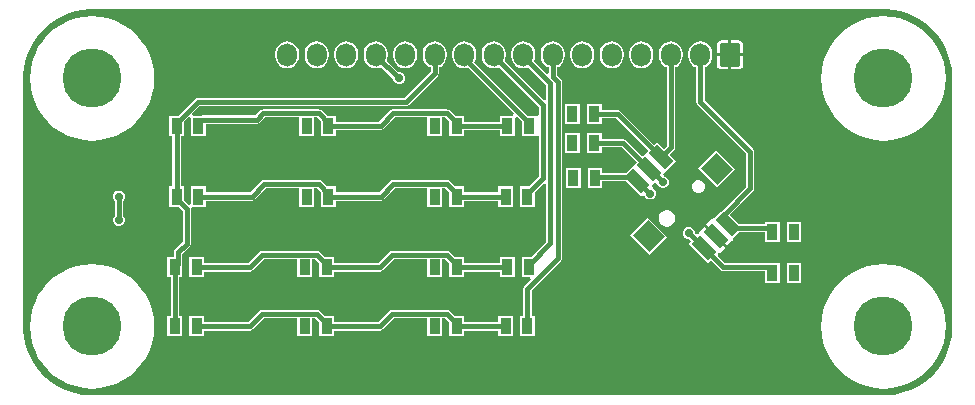
<source format=gbr>
%TF.GenerationSoftware,Altium Limited,Altium Designer,21.3.2 (30)*%
G04 Layer_Physical_Order=1*
G04 Layer_Color=255*
%FSLAX45Y45*%
%MOMM*%
%TF.SameCoordinates,29C89E41-5BB3-4AF8-996E-2FCDB6C4A0D1*%
%TF.FilePolarity,Positive*%
%TF.FileFunction,Copper,L1,Top,Signal*%
%TF.Part,Single*%
G01*
G75*
%TA.AperFunction,SMDPad,CuDef*%
%ADD10R,0.95000X1.40000*%
G04:AMPARAMS|DCode=11|XSize=1.8mm|YSize=2mm|CornerRadius=0mm|HoleSize=0mm|Usage=FLASHONLY|Rotation=225.000|XOffset=0mm|YOffset=0mm|HoleType=Round|Shape=Rectangle|*
%AMROTATEDRECTD11*
4,1,4,-0.07071,1.34350,1.34350,-0.07071,0.07071,-1.34350,-1.34350,0.07071,-0.07071,1.34350,0.0*
%
%ADD11ROTATEDRECTD11*%

G04:AMPARAMS|DCode=12|XSize=1mm|YSize=2mm|CornerRadius=0mm|HoleSize=0mm|Usage=FLASHONLY|Rotation=225.000|XOffset=0mm|YOffset=0mm|HoleType=Round|Shape=Rectangle|*
%AMROTATEDRECTD12*
4,1,4,-0.35355,1.06066,1.06066,-0.35355,0.35355,-1.06066,-1.06066,0.35355,-0.35355,1.06066,0.0*
%
%ADD12ROTATEDRECTD12*%

%TA.AperFunction,Conductor*%
%ADD13C,0.38100*%
%TA.AperFunction,ComponentPad*%
%ADD14C,5.00000*%
G04:AMPARAMS|DCode=15|XSize=1.7mm|YSize=1.95mm|CornerRadius=0.85mm|HoleSize=0mm|Usage=FLASHONLY|Rotation=180.000|XOffset=0mm|YOffset=0mm|HoleType=Round|Shape=RoundedRectangle|*
%AMROUNDEDRECTD15*
21,1,1.70000,0.25000,0,0,180.0*
21,1,0.00000,1.95000,0,0,180.0*
1,1,1.70000,0.00000,0.12500*
1,1,1.70000,0.00000,0.12500*
1,1,1.70000,0.00000,-0.12500*
1,1,1.70000,0.00000,-0.12500*
%
%ADD15ROUNDEDRECTD15*%
G04:AMPARAMS|DCode=16|XSize=1.7mm|YSize=1.95mm|CornerRadius=0.1275mm|HoleSize=0mm|Usage=FLASHONLY|Rotation=180.000|XOffset=0mm|YOffset=0mm|HoleType=Round|Shape=RoundedRectangle|*
%AMROUNDEDRECTD16*
21,1,1.70000,1.69500,0,0,180.0*
21,1,1.44500,1.95000,0,0,180.0*
1,1,0.25500,-0.72250,0.84750*
1,1,0.25500,0.72250,0.84750*
1,1,0.25500,0.72250,-0.84750*
1,1,0.25500,-0.72250,-0.84750*
%
%ADD16ROUNDEDRECTD16*%
%TA.AperFunction,ViaPad*%
%ADD17C,0.70000*%
G36*
X7885721Y3677886D02*
X7941950Y3666701D01*
X7996814Y3650059D01*
X8049781Y3628119D01*
X8100342Y3601094D01*
X8148012Y3569242D01*
X8192330Y3532871D01*
X8232870Y3492331D01*
X8269241Y3448014D01*
X8301092Y3400344D01*
X8328119Y3349782D01*
X8350058Y3296816D01*
X8366702Y3241949D01*
X8377886Y3185721D01*
X8383505Y3128666D01*
Y3100000D01*
Y1000000D01*
Y971334D01*
X8377886Y914279D01*
X8366701Y858050D01*
X8350059Y803186D01*
X8328119Y750219D01*
X8301094Y699658D01*
X8269242Y651988D01*
X8232871Y607670D01*
X8192331Y567129D01*
X8148014Y530759D01*
X8100344Y498907D01*
X8049782Y471881D01*
X7996816Y449942D01*
X7941949Y433298D01*
X7885721Y422114D01*
X7828666Y416494D01*
X1071334D01*
X1014279Y422114D01*
X958050Y433298D01*
X903186Y449941D01*
X850219Y471880D01*
X799658Y498906D01*
X751988Y530758D01*
X707670Y567128D01*
X667129Y607669D01*
X630759Y651986D01*
X598907Y699656D01*
X571881Y750218D01*
X549942Y803184D01*
X533298Y858050D01*
X522114Y914279D01*
X516495Y971334D01*
Y1000000D01*
Y3100000D01*
Y3128666D01*
X522114Y3185721D01*
X533298Y3241950D01*
X549941Y3296814D01*
X571880Y3349781D01*
X598906Y3400342D01*
X630758Y3448012D01*
X667128Y3492330D01*
X707669Y3532870D01*
X751986Y3569241D01*
X799656Y3601092D01*
X850218Y3628119D01*
X903184Y3650058D01*
X958050Y3666702D01*
X1014279Y3677886D01*
X1071334Y3683505D01*
X7828666D01*
X7885721Y3677886D01*
D02*
G37*
%LPC*%
G36*
X6572249Y3423647D02*
X6512700D01*
Y3312700D01*
X6611147D01*
Y3384750D01*
X6608186Y3399635D01*
X6599754Y3412255D01*
X6587135Y3420687D01*
X6572249Y3423647D01*
D02*
G37*
G36*
X6487300D02*
X6427750D01*
X6412864Y3420687D01*
X6400245Y3412255D01*
X6391813Y3399635D01*
X6388852Y3384750D01*
Y3312700D01*
X6487300D01*
Y3423647D01*
D02*
G37*
G36*
X5750000Y3413605D02*
X5723832Y3410160D01*
X5699447Y3400059D01*
X5678508Y3383992D01*
X5662441Y3363052D01*
X5652340Y3338668D01*
X5648895Y3312500D01*
Y3287500D01*
X5652340Y3261332D01*
X5662441Y3236948D01*
X5678508Y3216008D01*
X5699447Y3199941D01*
X5723832Y3189840D01*
X5750000Y3186395D01*
X5776168Y3189840D01*
X5800552Y3199941D01*
X5821492Y3216008D01*
X5837559Y3236948D01*
X5847659Y3261332D01*
X5851104Y3287500D01*
Y3312500D01*
X5847659Y3338668D01*
X5837559Y3363052D01*
X5821492Y3383992D01*
X5800552Y3400059D01*
X5776168Y3410160D01*
X5750000Y3413605D01*
D02*
G37*
G36*
X5500000D02*
X5473832Y3410160D01*
X5449447Y3400059D01*
X5428508Y3383992D01*
X5412441Y3363052D01*
X5402340Y3338668D01*
X5398895Y3312500D01*
Y3287500D01*
X5402340Y3261332D01*
X5412441Y3236948D01*
X5428508Y3216008D01*
X5449447Y3199941D01*
X5473832Y3189840D01*
X5500000Y3186395D01*
X5526168Y3189840D01*
X5550552Y3199941D01*
X5571492Y3216008D01*
X5587559Y3236948D01*
X5597659Y3261332D01*
X5601104Y3287500D01*
Y3312500D01*
X5597659Y3338668D01*
X5587559Y3363052D01*
X5571492Y3383992D01*
X5550552Y3400059D01*
X5526168Y3410160D01*
X5500000Y3413605D01*
D02*
G37*
G36*
X5250000D02*
X5223832Y3410160D01*
X5199447Y3400059D01*
X5178508Y3383992D01*
X5162441Y3363052D01*
X5152340Y3338668D01*
X5148895Y3312500D01*
Y3287500D01*
X5152340Y3261332D01*
X5162441Y3236948D01*
X5178508Y3216008D01*
X5199447Y3199941D01*
X5223832Y3189840D01*
X5250000Y3186395D01*
X5276168Y3189840D01*
X5300552Y3199941D01*
X5321492Y3216008D01*
X5337559Y3236948D01*
X5347659Y3261332D01*
X5351104Y3287500D01*
Y3312500D01*
X5347659Y3338668D01*
X5337559Y3363052D01*
X5321492Y3383992D01*
X5300552Y3400059D01*
X5276168Y3410160D01*
X5250000Y3413605D01*
D02*
G37*
G36*
X3750000D02*
X3723832Y3410160D01*
X3699447Y3400059D01*
X3678508Y3383992D01*
X3662440Y3363052D01*
X3652340Y3338668D01*
X3648895Y3312500D01*
Y3287500D01*
X3652340Y3261332D01*
X3662440Y3236948D01*
X3678508Y3216008D01*
X3699447Y3199941D01*
X3723832Y3189840D01*
X3750000Y3186395D01*
X3776167Y3189840D01*
X3800552Y3199941D01*
X3821491Y3216008D01*
X3837559Y3236948D01*
X3847659Y3261332D01*
X3851104Y3287500D01*
Y3312500D01*
X3847659Y3338668D01*
X3837559Y3363052D01*
X3821491Y3383992D01*
X3800552Y3400059D01*
X3776167Y3410160D01*
X3750000Y3413605D01*
D02*
G37*
G36*
X3250000D02*
X3223832Y3410160D01*
X3199447Y3400059D01*
X3178508Y3383992D01*
X3162440Y3363052D01*
X3152340Y3338668D01*
X3148895Y3312500D01*
Y3287500D01*
X3152340Y3261332D01*
X3162440Y3236948D01*
X3178508Y3216008D01*
X3199447Y3199941D01*
X3223832Y3189840D01*
X3250000Y3186395D01*
X3276167Y3189840D01*
X3300552Y3199941D01*
X3321491Y3216008D01*
X3337559Y3236948D01*
X3347659Y3261332D01*
X3351104Y3287500D01*
Y3312500D01*
X3347659Y3338668D01*
X3337559Y3363052D01*
X3321491Y3383992D01*
X3300552Y3400059D01*
X3276167Y3410160D01*
X3250000Y3413605D01*
D02*
G37*
G36*
X3000000D02*
X2973832Y3410160D01*
X2949447Y3400059D01*
X2928508Y3383992D01*
X2912440Y3363052D01*
X2902340Y3338668D01*
X2898895Y3312500D01*
Y3287500D01*
X2902340Y3261332D01*
X2912440Y3236948D01*
X2928508Y3216008D01*
X2949447Y3199941D01*
X2973832Y3189840D01*
X3000000Y3186395D01*
X3026167Y3189840D01*
X3050552Y3199941D01*
X3071491Y3216008D01*
X3087559Y3236948D01*
X3097659Y3261332D01*
X3101104Y3287500D01*
Y3312500D01*
X3097659Y3338668D01*
X3087559Y3363052D01*
X3071491Y3383992D01*
X3050552Y3400059D01*
X3026167Y3410160D01*
X3000000Y3413605D01*
D02*
G37*
G36*
X2750000D02*
X2723832Y3410160D01*
X2699447Y3400059D01*
X2678508Y3383992D01*
X2662440Y3363052D01*
X2652340Y3338668D01*
X2648895Y3312500D01*
Y3287500D01*
X2652340Y3261332D01*
X2662440Y3236948D01*
X2678508Y3216008D01*
X2699447Y3199941D01*
X2723832Y3189840D01*
X2750000Y3186395D01*
X2776167Y3189840D01*
X2800552Y3199941D01*
X2821491Y3216008D01*
X2837559Y3236948D01*
X2847659Y3261332D01*
X2851104Y3287500D01*
Y3312500D01*
X2847659Y3338668D01*
X2837559Y3363052D01*
X2821491Y3383992D01*
X2800552Y3400059D01*
X2776167Y3410160D01*
X2750000Y3413605D01*
D02*
G37*
G36*
X6611147Y3287300D02*
X6512700D01*
Y3176353D01*
X6572249D01*
X6587135Y3179313D01*
X6599754Y3187745D01*
X6608186Y3200365D01*
X6611147Y3215250D01*
Y3287300D01*
D02*
G37*
G36*
X6487300D02*
X6388852D01*
Y3215250D01*
X6391813Y3200365D01*
X6400245Y3187745D01*
X6412864Y3179313D01*
X6427750Y3176353D01*
X6487300D01*
Y3287300D01*
D02*
G37*
G36*
X5000000Y3413605D02*
X4973832Y3410160D01*
X4949447Y3400059D01*
X4928508Y3383992D01*
X4912441Y3363052D01*
X4902340Y3338668D01*
X4898895Y3312500D01*
Y3287500D01*
X4902340Y3261332D01*
X4912441Y3236948D01*
X4928508Y3216008D01*
X4949447Y3199941D01*
X4965038Y3193483D01*
Y3148037D01*
X4946560Y3140383D01*
X4841201Y3245742D01*
X4847659Y3261332D01*
X4851104Y3287500D01*
Y3312500D01*
X4847659Y3338668D01*
X4837559Y3363052D01*
X4821491Y3383992D01*
X4800552Y3400059D01*
X4776167Y3410160D01*
X4750000Y3413605D01*
X4723832Y3410160D01*
X4699447Y3400059D01*
X4678508Y3383992D01*
X4662441Y3363052D01*
X4652340Y3338668D01*
X4648895Y3312500D01*
Y3287500D01*
X4652340Y3261332D01*
X4662441Y3236948D01*
X4678508Y3216008D01*
X4699447Y3199941D01*
X4723832Y3189840D01*
X4750000Y3186395D01*
X4776167Y3189840D01*
X4791758Y3196298D01*
X4945038Y3043018D01*
Y2920190D01*
X4925038Y2911905D01*
X4591201Y3245742D01*
X4597659Y3261332D01*
X4601104Y3287500D01*
Y3312500D01*
X4597659Y3338668D01*
X4587559Y3363052D01*
X4571491Y3383992D01*
X4550552Y3400059D01*
X4526167Y3410160D01*
X4500000Y3413605D01*
X4473832Y3410160D01*
X4449447Y3400059D01*
X4428508Y3383992D01*
X4412441Y3363052D01*
X4402340Y3338668D01*
X4398895Y3312500D01*
Y3287500D01*
X4402340Y3261332D01*
X4412441Y3236948D01*
X4428508Y3216008D01*
X4449447Y3199941D01*
X4473832Y3189840D01*
X4500000Y3186395D01*
X4526167Y3189840D01*
X4541758Y3196298D01*
X4880436Y2857620D01*
Y2790801D01*
X4862740Y2785240D01*
X4860436Y2785240D01*
X4786703D01*
X4336446Y3235497D01*
X4337559Y3236948D01*
X4347659Y3261332D01*
X4351104Y3287500D01*
Y3312500D01*
X4347659Y3338668D01*
X4337559Y3363052D01*
X4321491Y3383992D01*
X4300552Y3400059D01*
X4276167Y3410160D01*
X4250000Y3413605D01*
X4223832Y3410160D01*
X4199447Y3400059D01*
X4178508Y3383992D01*
X4162440Y3363052D01*
X4152340Y3338668D01*
X4148895Y3312500D01*
Y3287500D01*
X4152340Y3261332D01*
X4162440Y3236948D01*
X4178508Y3216008D01*
X4199447Y3199941D01*
X4223832Y3189840D01*
X4250000Y3186395D01*
X4276167Y3189840D01*
X4281151Y3191905D01*
X4667816Y2805240D01*
X4659532Y2785240D01*
X4552260D01*
Y2734962D01*
X4247740D01*
Y2785240D01*
X4171704D01*
X4127932Y2829012D01*
X4116589Y2836590D01*
X4103210Y2839252D01*
X3647222D01*
X3633842Y2836590D01*
X3622500Y2829012D01*
X3622499Y2829011D01*
X3528450Y2734962D01*
X3162740D01*
Y2785240D01*
X3086704D01*
X3042932Y2829012D01*
X3031589Y2836590D01*
X3018210Y2839252D01*
X2550001D01*
X2550000Y2839252D01*
X2536621Y2836590D01*
X2525278Y2829012D01*
X2482178Y2785912D01*
X2028450D01*
X2025071Y2785240D01*
X1955468D01*
X1947183Y2805240D01*
X2006982Y2865038D01*
X3755164D01*
X3768544Y2867700D01*
X3779886Y2875278D01*
X4024721Y3120113D01*
X4024721Y3120114D01*
X4032300Y3131456D01*
X4034961Y3144835D01*
Y3193483D01*
X4050552Y3199941D01*
X4071491Y3216008D01*
X4087559Y3236948D01*
X4097659Y3261332D01*
X4101104Y3287500D01*
Y3312500D01*
X4097659Y3338668D01*
X4087559Y3363052D01*
X4071491Y3383992D01*
X4050552Y3400059D01*
X4026167Y3410160D01*
X4000000Y3413605D01*
X3973832Y3410160D01*
X3949447Y3400059D01*
X3928508Y3383992D01*
X3912440Y3363052D01*
X3902340Y3338668D01*
X3898895Y3312500D01*
Y3287500D01*
X3902340Y3261332D01*
X3912440Y3236948D01*
X3928508Y3216008D01*
X3949447Y3199941D01*
X3965038Y3193483D01*
Y3159317D01*
X3740682Y2934962D01*
X1992500D01*
X1979121Y2932300D01*
X1967778Y2924722D01*
X1967778Y2924721D01*
X1828296Y2785240D01*
X1752260D01*
Y2614760D01*
X1780038D01*
Y2185240D01*
X1752260D01*
Y2014760D01*
X1828296D01*
X1865038Y1978018D01*
Y1714481D01*
X1802428Y1651872D01*
X1794850Y1640530D01*
X1792188Y1627150D01*
Y1585240D01*
X1737260D01*
Y1414760D01*
X1765038D01*
Y1085240D01*
X1737259D01*
Y914760D01*
X1862739D01*
Y1085240D01*
X1834962D01*
Y1414760D01*
X1862740D01*
Y1585240D01*
X1862112D01*
Y1612668D01*
X1924721Y1675278D01*
X1924722Y1675278D01*
X1932300Y1686621D01*
X1934962Y1700000D01*
X1934962Y1700001D01*
Y1992500D01*
X1934265Y1996000D01*
X1948072Y2014083D01*
X1949374Y2014760D01*
X2062740D01*
Y2065038D01*
X2450432D01*
X2463811Y2067699D01*
X2475154Y2075278D01*
X2569203Y2169328D01*
X2852260D01*
Y2014760D01*
X2977740D01*
Y2169328D01*
X3003728D01*
X3037260Y2135796D01*
Y2014760D01*
X3162740D01*
Y2065038D01*
X3542932D01*
X3556311Y2067699D01*
X3567654Y2075278D01*
X3661703Y2169328D01*
X3937260D01*
Y2014760D01*
X4062740D01*
Y2169328D01*
X4088728D01*
X4122260Y2135796D01*
Y2014760D01*
X4247740D01*
Y2065038D01*
X4537260D01*
Y2014760D01*
X4662740D01*
Y2185240D01*
X4537260D01*
Y2134962D01*
X4247740D01*
Y2185240D01*
X4171704D01*
X4127932Y2229012D01*
X4116589Y2236590D01*
X4103210Y2239252D01*
X3647222D01*
X3633842Y2236590D01*
X3622500Y2229012D01*
X3622499Y2229011D01*
X3528450Y2134962D01*
X3162740D01*
Y2185240D01*
X3086704D01*
X3042932Y2229012D01*
X3031589Y2236590D01*
X3018210Y2239252D01*
X2554722D01*
X2541342Y2236590D01*
X2530000Y2229012D01*
X2530000Y2229011D01*
X2435950Y2134962D01*
X2062740D01*
Y2185240D01*
X1937260D01*
Y2032968D01*
X1917260Y2024684D01*
X1877740Y2064203D01*
Y2185240D01*
X1849962D01*
Y2614760D01*
X1877740D01*
Y2735796D01*
X1917260Y2775316D01*
X1937260Y2767032D01*
Y2614760D01*
X2062740D01*
Y2715988D01*
X2496660D01*
X2510039Y2718650D01*
X2521382Y2726228D01*
X2564482Y2769328D01*
X2852260D01*
Y2614760D01*
X2977740D01*
Y2769328D01*
X3003728D01*
X3037260Y2735796D01*
Y2614760D01*
X3162740D01*
Y2665038D01*
X3542932D01*
X3556311Y2667700D01*
X3567654Y2675278D01*
X3661703Y2769328D01*
X3937260D01*
Y2614760D01*
X4062740D01*
Y2769328D01*
X4088728D01*
X4122260Y2735796D01*
Y2614760D01*
X4247740D01*
Y2665038D01*
X4552260D01*
Y2614760D01*
X4677740D01*
Y2767032D01*
X4697740Y2775316D01*
X4737260Y2735797D01*
Y2614760D01*
X4860436D01*
X4862740Y2614760D01*
X4880436Y2609199D01*
Y2267380D01*
X4798295Y2185240D01*
X4722259D01*
Y2014760D01*
X4847739D01*
Y2135796D01*
X4925038Y2213095D01*
X4945038Y2204811D01*
Y1716982D01*
X4813296Y1585240D01*
X4737260D01*
Y1414760D01*
X4805178D01*
X4812832Y1396282D01*
X4760278Y1343728D01*
X4752699Y1332386D01*
X4750037Y1319006D01*
Y1085240D01*
X4722259D01*
Y914760D01*
X4847739D01*
Y1085240D01*
X4819961D01*
Y1304524D01*
X5070941Y1555504D01*
X5070942Y1555505D01*
X5078520Y1566848D01*
X5081182Y1580227D01*
Y3066714D01*
X5078520Y3080093D01*
X5070942Y3091436D01*
X5034961Y3127416D01*
Y3193483D01*
X5050552Y3199941D01*
X5071492Y3216008D01*
X5087559Y3236948D01*
X5097659Y3261332D01*
X5101104Y3287500D01*
Y3312500D01*
X5097659Y3338668D01*
X5087559Y3363052D01*
X5071492Y3383992D01*
X5050552Y3400059D01*
X5026167Y3410160D01*
X5000000Y3413605D01*
D02*
G37*
G36*
X3500000D02*
X3473832Y3410160D01*
X3449447Y3400059D01*
X3428508Y3383992D01*
X3412440Y3363052D01*
X3402340Y3338668D01*
X3398895Y3312500D01*
Y3287500D01*
X3402340Y3261332D01*
X3412440Y3236948D01*
X3428508Y3216008D01*
X3449447Y3199941D01*
X3473832Y3189840D01*
X3500000Y3186395D01*
X3526167Y3189840D01*
X3546177Y3198129D01*
X3649760Y3094546D01*
Y3090007D01*
X3657409Y3071541D01*
X3671541Y3057409D01*
X3690007Y3049760D01*
X3709993D01*
X3728459Y3057409D01*
X3742591Y3071541D01*
X3750240Y3090007D01*
Y3109993D01*
X3742591Y3128459D01*
X3728459Y3142591D01*
X3709993Y3150240D01*
X3692953D01*
X3593032Y3250161D01*
X3597659Y3261332D01*
X3601104Y3287500D01*
Y3312500D01*
X3597659Y3338668D01*
X3587559Y3363052D01*
X3571491Y3383992D01*
X3550552Y3400059D01*
X3526167Y3410160D01*
X3500000Y3413605D01*
D02*
G37*
G36*
X5227740Y2885240D02*
X5102260D01*
Y2714760D01*
X5227740D01*
Y2885240D01*
D02*
G37*
G36*
X7800000Y3626367D02*
X7731295Y3621864D01*
X7663766Y3608431D01*
X7598568Y3586300D01*
X7536817Y3555847D01*
X7479568Y3517595D01*
X7427802Y3472198D01*
X7382405Y3420432D01*
X7344153Y3363184D01*
X7313700Y3301432D01*
X7291568Y3236234D01*
X7278136Y3168705D01*
X7273633Y3100000D01*
X7278136Y3031295D01*
X7291568Y2963766D01*
X7313700Y2898568D01*
X7344153Y2836816D01*
X7382405Y2779568D01*
X7427802Y2727802D01*
X7479568Y2682405D01*
X7536817Y2644153D01*
X7598568Y2613700D01*
X7663766Y2591568D01*
X7731295Y2578136D01*
X7800000Y2573633D01*
X7868705Y2578136D01*
X7936234Y2591568D01*
X8001432Y2613700D01*
X8063183Y2644153D01*
X8120432Y2682405D01*
X8172198Y2727802D01*
X8217595Y2779568D01*
X8255847Y2836816D01*
X8286300Y2898568D01*
X8308431Y2963766D01*
X8321864Y3031295D01*
X8326367Y3100000D01*
X8321864Y3168705D01*
X8308431Y3236234D01*
X8286300Y3301432D01*
X8255847Y3363184D01*
X8217595Y3420432D01*
X8172198Y3472198D01*
X8120432Y3517595D01*
X8063183Y3555847D01*
X8001432Y3586300D01*
X7936234Y3608431D01*
X7868705Y3621864D01*
X7800000Y3626367D01*
D02*
G37*
G36*
X1100000D02*
X1031295Y3621864D01*
X963766Y3608431D01*
X898568Y3586300D01*
X836817Y3555847D01*
X779568Y3517595D01*
X727802Y3472198D01*
X682405Y3420432D01*
X644153Y3363184D01*
X613700Y3301432D01*
X591569Y3236234D01*
X578136Y3168705D01*
X573633Y3100000D01*
X578136Y3031295D01*
X591569Y2963766D01*
X613700Y2898568D01*
X644153Y2836816D01*
X682405Y2779568D01*
X727802Y2727802D01*
X779568Y2682405D01*
X836816Y2644153D01*
X898568Y2613700D01*
X963766Y2591568D01*
X1031295Y2578136D01*
X1100000Y2573633D01*
X1168705Y2578136D01*
X1236234Y2591568D01*
X1301432Y2613700D01*
X1363183Y2644153D01*
X1420432Y2682405D01*
X1472198Y2727802D01*
X1517595Y2779568D01*
X1555847Y2836816D01*
X1586300Y2898568D01*
X1608432Y2963766D01*
X1621864Y3031295D01*
X1626367Y3100000D01*
X1621864Y3168705D01*
X1608432Y3236234D01*
X1586300Y3301432D01*
X1555847Y3363184D01*
X1517595Y3420432D01*
X1472198Y3472198D01*
X1420432Y3517595D01*
X1363183Y3555847D01*
X1301432Y3586300D01*
X1236234Y3608431D01*
X1168705Y3621864D01*
X1100000Y3626367D01*
D02*
G37*
G36*
X6000000Y3413605D02*
X5973832Y3410160D01*
X5949447Y3400059D01*
X5928508Y3383992D01*
X5912441Y3363052D01*
X5902340Y3338668D01*
X5898895Y3312500D01*
Y3287500D01*
X5902340Y3261332D01*
X5912441Y3236948D01*
X5928508Y3216008D01*
X5949447Y3199941D01*
X5965038Y3193483D01*
Y2530167D01*
X5937562Y2502691D01*
X5880797Y2559456D01*
X5859387Y2538046D01*
X5572712Y2824722D01*
X5561370Y2832300D01*
X5547990Y2834962D01*
X5412740D01*
Y2885240D01*
X5287260D01*
Y2714760D01*
X5412740D01*
Y2765038D01*
X5533508D01*
X5809944Y2488603D01*
X5794176Y2472836D01*
X5780034Y2458694D01*
X5774392Y2453051D01*
X5758624Y2437284D01*
X5621186Y2574722D01*
X5609844Y2582300D01*
X5596465Y2584962D01*
X5412740D01*
Y2635240D01*
X5287260D01*
Y2464760D01*
X5412740D01*
Y2515038D01*
X5581983D01*
X5709181Y2387840D01*
X5693414Y2372073D01*
X5687771Y2366431D01*
X5673629Y2352288D01*
X5621970Y2300629D01*
X5420574D01*
Y2343074D01*
X5295094D01*
Y2172594D01*
X5420574D01*
Y2230706D01*
X5621971D01*
X5749983Y2102694D01*
X5754034Y2106745D01*
X5777626Y2102052D01*
X5779908Y2096541D01*
X5794041Y2082409D01*
X5812506Y2074760D01*
X5832493D01*
X5850958Y2082409D01*
X5865091Y2096541D01*
X5872740Y2115007D01*
Y2134993D01*
X5865091Y2153459D01*
X5850958Y2167591D01*
X5845447Y2169874D01*
X5840755Y2193466D01*
X5862392Y2215104D01*
X5873713Y2212103D01*
X5883266Y2207693D01*
X5890041Y2191337D01*
X5904173Y2177205D01*
X5922639Y2169556D01*
X5942625D01*
X5961091Y2177205D01*
X5975223Y2191337D01*
X5982872Y2209803D01*
Y2229789D01*
X5975223Y2248255D01*
X5961091Y2262387D01*
X5944735Y2269162D01*
X5940325Y2278715D01*
X5937324Y2290036D01*
X5951508Y2304219D01*
X5957150Y2309862D01*
X6043771Y2396482D01*
X5987006Y2453248D01*
X6024722Y2490964D01*
X6032300Y2502306D01*
X6034962Y2515685D01*
X6034962Y2515687D01*
Y3193483D01*
X6050552Y3199941D01*
X6071492Y3216008D01*
X6087559Y3236948D01*
X6097659Y3261332D01*
X6101104Y3287500D01*
Y3312500D01*
X6097659Y3338668D01*
X6087559Y3363052D01*
X6071492Y3383992D01*
X6050552Y3400059D01*
X6026168Y3410160D01*
X6000000Y3413605D01*
D02*
G37*
G36*
X5227740Y2635240D02*
X5102260D01*
Y2464760D01*
X5227740D01*
Y2635240D01*
D02*
G37*
G36*
X6379307Y2492281D02*
X6230475Y2343450D01*
X6393449Y2180475D01*
X6542281Y2329307D01*
X6379307Y2492281D01*
D02*
G37*
G36*
X5235574Y2343074D02*
X5110094D01*
Y2172594D01*
X5235574D01*
Y2343074D01*
D02*
G37*
G36*
X6245338Y2239590D02*
X6223362D01*
X6203059Y2231180D01*
X6187520Y2215641D01*
X6179110Y2195338D01*
Y2173362D01*
X6187520Y2153059D01*
X6203059Y2137520D01*
X6223362Y2129110D01*
X6245338D01*
X6265641Y2137520D01*
X6281180Y2153059D01*
X6289590Y2173362D01*
Y2195338D01*
X6281180Y2215641D01*
X6265641Y2231180D01*
X6257231Y2234664D01*
X6245338Y2239590D01*
D02*
G37*
G36*
X1334993Y2150240D02*
X1315007D01*
X1296541Y2142591D01*
X1282409Y2128459D01*
X1274760Y2109993D01*
Y2090007D01*
X1282409Y2071541D01*
X1290038Y2063912D01*
Y1936088D01*
X1282409Y1928459D01*
X1274760Y1909993D01*
Y1890007D01*
X1282409Y1871541D01*
X1296541Y1857409D01*
X1315007Y1849760D01*
X1334993D01*
X1353459Y1857409D01*
X1367591Y1871541D01*
X1375240Y1890007D01*
Y1909993D01*
X1367591Y1928459D01*
X1359962Y1936088D01*
Y2063912D01*
X1367591Y2071541D01*
X1375240Y2090007D01*
Y2109993D01*
X1367591Y2128459D01*
X1353459Y2142591D01*
X1334993Y2150240D01*
D02*
G37*
G36*
X5974897Y1985890D02*
X5956402D01*
X5938538Y1981103D01*
X5922521Y1971856D01*
X5909444Y1958778D01*
X5900196Y1942761D01*
X5895410Y1924897D01*
Y1906403D01*
X5900196Y1888538D01*
X5909444Y1872521D01*
X5922521Y1859444D01*
X5938538Y1850197D01*
X5956402Y1845410D01*
X5974897D01*
X5992761Y1850197D01*
X6008778Y1859444D01*
X6021855Y1872521D01*
X6031102Y1888538D01*
X6035889Y1906402D01*
Y1924897D01*
X6031102Y1942761D01*
X6021855Y1958778D01*
X6008778Y1971856D01*
X5992761Y1981103D01*
X5974897Y1985890D01*
D02*
G37*
G36*
X6283423Y1845081D02*
X6248939Y1810596D01*
X6239088Y1800745D01*
X6236027Y1786641D01*
X6224630Y1780836D01*
X6214309Y1780836D01*
X6199943Y1795202D01*
Y1798862D01*
X6192295Y1817327D01*
X6178162Y1831460D01*
X6159697Y1839108D01*
X6139710D01*
X6121245Y1831460D01*
X6107112Y1817327D01*
X6099464Y1798862D01*
Y1778875D01*
X6107112Y1760410D01*
X6121245Y1746277D01*
X6139710Y1738628D01*
X6156867D01*
X6174103Y1721393D01*
X6152694Y1699983D01*
X6315668Y1537009D01*
X6337077Y1558419D01*
X6419268Y1476228D01*
X6430610Y1468650D01*
X6443989Y1465988D01*
X6443991Y1465988D01*
X6794760D01*
Y1364760D01*
X6920240D01*
Y1535240D01*
X6832429D01*
X6829050Y1535912D01*
X6458471D01*
X6396521Y1597862D01*
Y1608946D01*
X6402325Y1620342D01*
X6416430Y1623402D01*
X6460766Y1667738D01*
X6372095Y1756409D01*
X6283423Y1845081D01*
D02*
G37*
G36*
X7105240Y1885240D02*
X6979760D01*
Y1714760D01*
X7105240D01*
Y1885240D01*
D02*
G37*
G36*
X6250000Y3413605D02*
X6223832Y3410160D01*
X6199447Y3400059D01*
X6178508Y3383992D01*
X6162441Y3363052D01*
X6152340Y3338668D01*
X6148895Y3312500D01*
Y3287500D01*
X6152340Y3261332D01*
X6162441Y3236948D01*
X6178508Y3216008D01*
X6199447Y3199941D01*
X6215038Y3193483D01*
Y2900000D01*
X6217699Y2886621D01*
X6225278Y2875278D01*
X6635038Y2465518D01*
Y2183278D01*
X6421760Y1970000D01*
X6419846Y1967136D01*
X6367045Y1914335D01*
X6345719Y1907377D01*
X6301384Y1863041D01*
X6390055Y1774370D01*
X6478726Y1685699D01*
X6513211Y1720184D01*
X6523062Y1730034D01*
X6527044Y1748385D01*
X6574494Y1795836D01*
X6794760D01*
Y1714760D01*
X6920240D01*
Y1885240D01*
X6794760D01*
Y1865759D01*
X6574494D01*
X6495450Y1944803D01*
X6694722Y2144074D01*
X6702300Y2155417D01*
X6704962Y2168796D01*
Y2480000D01*
X6702300Y2493379D01*
X6694722Y2504722D01*
X6694721Y2504722D01*
X6284962Y2914482D01*
Y3193483D01*
X6300552Y3199941D01*
X6321492Y3216008D01*
X6337559Y3236948D01*
X6347659Y3261332D01*
X6351104Y3287500D01*
Y3312500D01*
X6347659Y3338668D01*
X6337559Y3363052D01*
X6321492Y3383992D01*
X6300552Y3400059D01*
X6276168Y3410160D01*
X6250000Y3413605D01*
D02*
G37*
G36*
X5806550Y1919525D02*
X5657719Y1770693D01*
X5820693Y1607719D01*
X5969525Y1756550D01*
X5806550Y1919525D01*
D02*
G37*
G36*
X4103209Y1639252D02*
X3639721D01*
X3626342Y1636591D01*
X3615000Y1629012D01*
X3614999Y1629011D01*
X3520950Y1534962D01*
X3147740D01*
Y1585240D01*
X3071704D01*
X3027931Y1629012D01*
X3016589Y1636591D01*
X3003210Y1639252D01*
X2539722D01*
X2526342Y1636591D01*
X2515000Y1629012D01*
X2514999Y1629011D01*
X2420950Y1534962D01*
X2047740D01*
Y1585240D01*
X1922260D01*
Y1414760D01*
X2047740D01*
Y1465038D01*
X2435432D01*
X2448811Y1467700D01*
X2460153Y1475278D01*
X2554203Y1569328D01*
X2837260D01*
Y1414760D01*
X2962740D01*
Y1569328D01*
X2988728D01*
X3022260Y1535797D01*
Y1414760D01*
X3147740D01*
Y1465038D01*
X3535431D01*
X3548811Y1467700D01*
X3560153Y1475278D01*
X3654203Y1569328D01*
X3937260D01*
Y1414760D01*
X4062740D01*
Y1569328D01*
X4088728D01*
X4122259Y1535797D01*
Y1414760D01*
X4247740D01*
Y1465038D01*
X4552260D01*
Y1414760D01*
X4677740D01*
Y1585240D01*
X4552260D01*
Y1534962D01*
X4247740D01*
Y1585240D01*
X4171703D01*
X4127931Y1629012D01*
X4116589Y1636591D01*
X4103209Y1639252D01*
D02*
G37*
G36*
X7105240Y1535240D02*
X6979760D01*
Y1364760D01*
X7105240D01*
Y1535240D01*
D02*
G37*
G36*
X4103209Y1139252D02*
X3639721D01*
X3626342Y1136591D01*
X3614999Y1129012D01*
X3614999Y1129011D01*
X3520949Y1034962D01*
X3147740D01*
Y1085240D01*
X3071703D01*
X3027931Y1129012D01*
X3016589Y1136591D01*
X3003209Y1139252D01*
X2539721D01*
X2526342Y1136591D01*
X2514999Y1129012D01*
X2514999Y1129011D01*
X2420949Y1034962D01*
X2047739D01*
Y1085240D01*
X1922259D01*
Y914760D01*
X2047739D01*
Y965038D01*
X2435431D01*
X2448810Y967700D01*
X2460153Y975278D01*
X2554203Y1069328D01*
X2837260D01*
Y914760D01*
X2962740D01*
Y1069328D01*
X2988727D01*
X3022260Y1035796D01*
Y914760D01*
X3147740D01*
Y965038D01*
X3535431D01*
X3548811Y967700D01*
X3560153Y975278D01*
X3654203Y1069328D01*
X3937260D01*
Y914760D01*
X4062740D01*
Y1069328D01*
X4088727D01*
X4122260Y1035796D01*
Y914760D01*
X4247740D01*
Y965038D01*
X4537260D01*
Y914760D01*
X4662740D01*
Y1085240D01*
X4537260D01*
Y1034962D01*
X4247740D01*
Y1085240D01*
X4171703D01*
X4127931Y1129012D01*
X4116589Y1136591D01*
X4103209Y1139252D01*
D02*
G37*
G36*
X7800000Y1526367D02*
X7731295Y1521864D01*
X7663766Y1508432D01*
X7598568Y1486300D01*
X7536817Y1455847D01*
X7479568Y1417595D01*
X7427802Y1372198D01*
X7382405Y1320432D01*
X7344153Y1263184D01*
X7313700Y1201432D01*
X7291568Y1136234D01*
X7278136Y1068705D01*
X7273633Y1000000D01*
X7278136Y931295D01*
X7291568Y863766D01*
X7313700Y798568D01*
X7344153Y736816D01*
X7382405Y679568D01*
X7427802Y627802D01*
X7479568Y582405D01*
X7536817Y544153D01*
X7598568Y513700D01*
X7663766Y491568D01*
X7731295Y478136D01*
X7800000Y473633D01*
X7868705Y478136D01*
X7936234Y491568D01*
X8001432Y513700D01*
X8063183Y544153D01*
X8120432Y582405D01*
X8172198Y627802D01*
X8217595Y679568D01*
X8255847Y736816D01*
X8286300Y798568D01*
X8308431Y863766D01*
X8321864Y931295D01*
X8326367Y1000000D01*
X8321864Y1068705D01*
X8308431Y1136234D01*
X8286300Y1201432D01*
X8255847Y1263184D01*
X8217595Y1320432D01*
X8172198Y1372198D01*
X8120432Y1417595D01*
X8063183Y1455847D01*
X8001432Y1486300D01*
X7936234Y1508432D01*
X7868705Y1521864D01*
X7800000Y1526367D01*
D02*
G37*
G36*
X1100000D02*
X1031295Y1521864D01*
X963766Y1508432D01*
X898568Y1486300D01*
X836817Y1455847D01*
X779568Y1417595D01*
X727802Y1372198D01*
X682405Y1320432D01*
X644153Y1263184D01*
X613700Y1201432D01*
X591569Y1136234D01*
X578136Y1068705D01*
X573633Y1000000D01*
X578136Y931295D01*
X591569Y863766D01*
X613700Y798568D01*
X644153Y736816D01*
X682405Y679568D01*
X727802Y627802D01*
X779568Y582405D01*
X836816Y544153D01*
X898568Y513700D01*
X963766Y491568D01*
X1031295Y478136D01*
X1100000Y473633D01*
X1168705Y478136D01*
X1236234Y491568D01*
X1301432Y513700D01*
X1363183Y544153D01*
X1420432Y582405D01*
X1472198Y627802D01*
X1517595Y679568D01*
X1555847Y736816D01*
X1586300Y798568D01*
X1608432Y863766D01*
X1621864Y931295D01*
X1626367Y1000000D01*
X1621864Y1068705D01*
X1608432Y1136234D01*
X1586300Y1201432D01*
X1555847Y1263184D01*
X1517595Y1320432D01*
X1472198Y1372198D01*
X1420432Y1417595D01*
X1363183Y1455847D01*
X1301432Y1486300D01*
X1236234Y1508432D01*
X1168705Y1521864D01*
X1100000Y1526367D01*
D02*
G37*
%LPD*%
D10*
X4000000Y2700000D02*
D03*
X4185000D02*
D03*
X2915000D02*
D03*
X3100000D02*
D03*
X1815000D02*
D03*
X2000000D02*
D03*
X4000000Y2100000D02*
D03*
X4185000D02*
D03*
X2915000D02*
D03*
X3100000D02*
D03*
X1815000D02*
D03*
X2000000D02*
D03*
X1800000Y1500000D02*
D03*
X1985000D02*
D03*
X4000000D02*
D03*
X4185000D02*
D03*
X2900000D02*
D03*
X3085000D02*
D03*
X4000000Y1000000D02*
D03*
X4185000D02*
D03*
X2900000D02*
D03*
X3085000D02*
D03*
X1799999D02*
D03*
X1984999D02*
D03*
X4800000Y2700000D02*
D03*
X4615000D02*
D03*
X4784999Y1000000D02*
D03*
X4600000D02*
D03*
X5357834Y2257834D02*
D03*
X5172834D02*
D03*
X5350000Y2550000D02*
D03*
X5165000D02*
D03*
X5350000Y2800000D02*
D03*
X5165000D02*
D03*
X7042500Y1450000D02*
D03*
X6857500D02*
D03*
X7042500Y1800000D02*
D03*
X6857500D02*
D03*
X4784999Y2100000D02*
D03*
X4600000D02*
D03*
X4800000Y1500000D02*
D03*
X4615000D02*
D03*
D11*
X6386378Y2336378D02*
D03*
X5813622Y1763622D02*
D03*
D12*
X6481837Y1866153D02*
D03*
X6381075Y1765390D02*
D03*
X6280312Y1664627D02*
D03*
X5916153Y2431838D02*
D03*
X5815389Y2331075D02*
D03*
X5714627Y2230312D02*
D03*
D13*
X4000000Y3144835D02*
Y3300000D01*
X3755164Y2900000D02*
X4000000Y3144835D01*
X3647222Y2804290D02*
X4103210D01*
X3542932Y2700000D02*
X3647222Y2804290D01*
X3100000Y2700000D02*
X3542932D01*
X2496660Y2750950D02*
X2550000Y2804290D01*
X3018210D01*
X1815000Y2722500D02*
X1992500Y2900000D01*
X1815000Y2700000D02*
Y2722500D01*
X1992500Y2900000D02*
X3755164D01*
X2028450Y2750950D02*
X2496660D01*
X2000000Y2700000D02*
Y2722500D01*
X2028450Y2750950D01*
X3018210Y2804290D02*
X3100000Y2722500D01*
X3500000Y3293750D02*
Y3300000D01*
Y3293750D02*
X3693750Y3100000D01*
X3700000D01*
X1325000Y1900000D02*
Y2100000D01*
X6280312Y1664627D02*
X6443989Y1500950D01*
X6149703Y1788868D02*
X6156071D01*
X6280312Y1664627D01*
X6481837Y1866153D02*
X6517193Y1830797D01*
X6829050D01*
X6250000Y2900000D02*
X6670000Y2480000D01*
Y2168796D02*
Y2480000D01*
X5815389Y2331075D02*
X5821353D01*
X5932632Y2219796D01*
X5916153Y2431838D02*
Y2431838D01*
X6000000Y2515685D01*
X4185000Y2700000D02*
X4615000D01*
X4800000D02*
Y2722500D01*
X4784999Y2100000D02*
Y2122500D01*
X4800000Y1500000D02*
Y1522500D01*
X4915398Y2252899D02*
Y2872101D01*
X5350000Y2800000D02*
X5547990D01*
X5821219Y2125000D02*
X5822500D01*
X4784999Y2122500D02*
X4915398Y2252899D01*
X4800000Y1522500D02*
X4980000Y1702500D01*
X4784999Y1319006D02*
X5046220Y1580227D01*
X5357834Y2257834D02*
X5365667Y2265668D01*
X5596465Y2550000D02*
X5815389Y2331075D01*
X5350000Y2550000D02*
X5596465D01*
X5365667Y2265668D02*
X5680552D01*
X5547990Y2800000D02*
X5880797Y2467193D01*
X5680552Y2265668D02*
X5821219Y2125000D01*
X7040000Y1450000D02*
X7042500D01*
X6829050Y1500950D02*
X6857500Y1472500D01*
X6829050Y1830797D02*
X6857500Y1802347D01*
Y1450000D02*
Y1472500D01*
Y1800000D02*
Y1802347D01*
X7040000Y1790000D02*
Y1797500D01*
X7042500Y1800000D01*
X6443989Y1500950D02*
X6829050D01*
X6446482Y1945278D02*
X6670000Y2168796D01*
X6446482Y1901508D02*
Y1945278D01*
Y1901508D02*
X6481837Y1866153D01*
X4750000Y3287500D02*
X4980000Y3057500D01*
X4500000Y3287500D02*
X4915398Y2872101D01*
X6000000Y2515685D02*
Y3300000D01*
X5046220Y1580227D02*
Y3066714D01*
X5000000Y3112934D02*
Y3300000D01*
Y3112934D02*
X5046220Y3066714D01*
X6250000Y2900000D02*
Y3300000D01*
X4980000Y1702500D02*
Y3057500D01*
X4784999Y1000000D02*
Y1319006D01*
X1799999Y1000000D02*
X1800000Y1000000D01*
Y1500000D01*
X1984999Y1000000D02*
X2435431D01*
X2539721Y1104290D01*
X3003209D01*
X1815000Y2077500D02*
X1900000Y1992500D01*
X1815000Y2100000D02*
Y2700000D01*
X1985000Y1500000D02*
X2435432D01*
X2000000Y2100000D02*
X2450432D01*
X2554722Y2204290D02*
X3018210D01*
X2435432Y1500000D02*
X2539722Y1604290D01*
X2450432Y2100000D02*
X2554722Y2204290D01*
X2539722Y1604290D02*
X3003210D01*
X3084999Y1000000D02*
X3535431D01*
X3535431Y1500000D02*
X3639721Y1604290D01*
X3085000Y1500000D02*
X3535431D01*
X3003209Y1104290D02*
X3084999Y1022500D01*
X3003210Y1604290D02*
X3085000Y1522500D01*
X3084999Y1000000D02*
Y1022500D01*
X3639721Y1104290D02*
X4103209D01*
X3535431Y1000000D02*
X3639721Y1104290D01*
X3085000Y1500000D02*
Y1522500D01*
X4185000Y1500000D02*
Y1522500D01*
Y1500000D02*
X4615000D01*
X4184999Y1000000D02*
X4600000D01*
X4184999D02*
Y1022500D01*
X4185000Y2100000D02*
X4600000D01*
X4103209Y1104290D02*
X4184999Y1022500D01*
X4103209Y1604290D02*
X4185000Y1522500D01*
X4185000Y2100000D02*
Y2122500D01*
Y2700000D02*
Y2722500D01*
X4103210Y2804290D02*
X4185000Y2722500D01*
X4103210Y2204290D02*
X4185000Y2122500D01*
X3647222Y2204290D02*
X4103210D01*
X3100000Y2100000D02*
X3542932D01*
X3647222Y2204290D01*
X3100000Y2100000D02*
Y2122500D01*
X3018210Y2204290D02*
X3100000Y2122500D01*
Y2700000D02*
Y2722500D01*
X3639721Y1604290D02*
X4103209D01*
X1800000Y1500000D02*
X1827150Y1527150D01*
X1815000Y2077500D02*
Y2100000D01*
X1900000Y1700000D02*
Y1992500D01*
X1827150Y1527150D02*
Y1627150D01*
X1900000Y1700000D01*
X4250000Y3272500D02*
Y3300000D01*
Y3272500D02*
X4800000Y2722500D01*
X4500000Y3287500D02*
Y3300000D01*
X4750000Y3287500D02*
Y3300000D01*
D14*
X7800000Y1000000D02*
D03*
Y3100000D02*
D03*
X1100000D02*
D03*
Y1000000D02*
D03*
D15*
X2750000Y3300000D02*
D03*
X3000000D02*
D03*
X3250000D02*
D03*
X3500000D02*
D03*
X3750000D02*
D03*
X4000000D02*
D03*
X4250000D02*
D03*
X4500000D02*
D03*
X4750000D02*
D03*
X5000000D02*
D03*
X5250000D02*
D03*
X5500000D02*
D03*
X5750000D02*
D03*
X6000000D02*
D03*
X6250000D02*
D03*
D16*
X6500000D02*
D03*
D17*
X3700000Y3100000D02*
D03*
X1256537Y2262408D02*
D03*
X1325000Y2100000D02*
D03*
Y1900000D02*
D03*
X5165000Y2800000D02*
D03*
Y2550000D02*
D03*
X5168917Y2261751D02*
D03*
X6149703Y1788868D02*
D03*
X5822500Y2125000D02*
D03*
X5932632Y2219796D02*
D03*
X7040000Y1790000D02*
D03*
Y1450000D02*
D03*
X4000000Y1000000D02*
D03*
X4003552Y1505805D02*
D03*
X2897432Y1497907D02*
D03*
X4000000Y2700000D02*
D03*
Y2100000D02*
D03*
X2915000Y2119290D02*
D03*
Y2700000D02*
D03*
X2900000Y1000000D02*
D03*
%TF.MD5,a90b55e0a61aa05a9989b3197ae870cc*%
M02*

</source>
